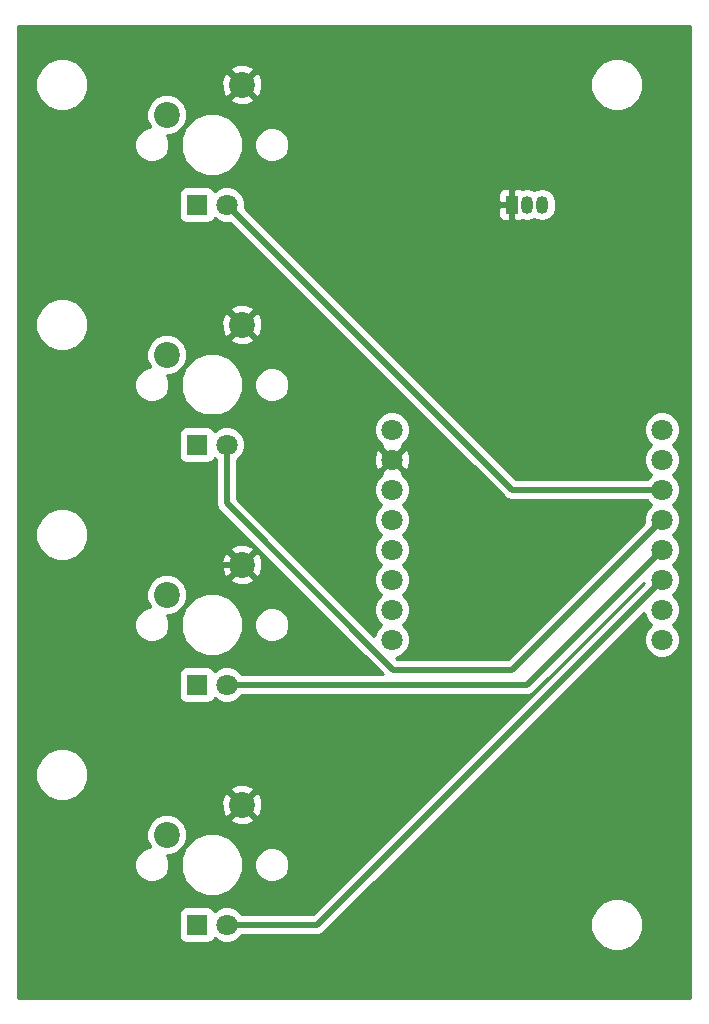
<source format=gbl>
G04 #@! TF.GenerationSoftware,KiCad,Pcbnew,5.0.0-fee4fd1~66~ubuntu16.04.1*
G04 #@! TF.CreationDate,2018-08-10T21:55:03+02:00*
G04 #@! TF.ProjectId,ESP-Cerry,4553502D43657272792E6B696361645F,rev?*
G04 #@! TF.SameCoordinates,Original*
G04 #@! TF.FileFunction,Copper,L2,Bot,Signal*
G04 #@! TF.FilePolarity,Positive*
%FSLAX46Y46*%
G04 Gerber Fmt 4.6, Leading zero omitted, Abs format (unit mm)*
G04 Created by KiCad (PCBNEW 5.0.0-fee4fd1~66~ubuntu16.04.1) date Fri Aug 10 21:55:03 2018*
%MOMM*%
%LPD*%
G01*
G04 APERTURE LIST*
G04 #@! TA.AperFunction,ComponentPad*
%ADD10C,1.800000*%
G04 #@! TD*
G04 #@! TA.AperFunction,ComponentPad*
%ADD11R,1.800000X1.800000*%
G04 #@! TD*
G04 #@! TA.AperFunction,ComponentPad*
%ADD12C,2.200000*%
G04 #@! TD*
G04 #@! TA.AperFunction,ComponentPad*
%ADD13O,1.050000X1.500000*%
G04 #@! TD*
G04 #@! TA.AperFunction,ComponentPad*
%ADD14R,1.050000X1.500000*%
G04 #@! TD*
G04 #@! TA.AperFunction,Conductor*
%ADD15C,0.500000*%
G04 #@! TD*
G04 #@! TA.AperFunction,Conductor*
%ADD16C,0.254000*%
G04 #@! TD*
G04 APERTURE END LIST*
D10*
G04 #@! TO.P,U1,8*
G04 #@! TO.N,Net-(R7-Pad1)*
X165100000Y-74930000D03*
G04 #@! TO.P,U1,7*
G04 #@! TO.N,N/C*
X165100000Y-72390000D03*
G04 #@! TO.P,U1,6*
G04 #@! TO.N,Net-(R2-Pad2)*
X165100000Y-69850000D03*
G04 #@! TO.P,U1,5*
G04 #@! TO.N,Net-(R1-Pad2)*
X165100000Y-67310000D03*
G04 #@! TO.P,U1,4*
G04 #@! TO.N,Net-(SW2-Pad2)*
X165100000Y-64770000D03*
G04 #@! TO.P,U1,3*
G04 #@! TO.N,Net-(SW1-Pad2)*
X165100000Y-62230000D03*
G04 #@! TO.P,U1,2*
G04 #@! TO.N,GND*
X165100000Y-59690000D03*
G04 #@! TO.P,U1,1*
G04 #@! TO.N,N/C*
X165100000Y-57150000D03*
G04 #@! TO.P,U1,16*
G04 #@! TO.N,+3V3*
X187960000Y-57150000D03*
G04 #@! TO.P,U1,15*
G04 #@! TO.N,N/C*
X187960000Y-59690000D03*
G04 #@! TO.P,U1,14*
G04 #@! TO.N,Net-(D1-Pad2)*
X187960000Y-62230000D03*
G04 #@! TO.P,U1,13*
G04 #@! TO.N,Net-(D2-Pad2)*
X187960000Y-64770000D03*
G04 #@! TO.P,U1,12*
G04 #@! TO.N,Net-(D3-Pad2)*
X187960000Y-67310000D03*
G04 #@! TO.P,U1,11*
G04 #@! TO.N,Net-(D4-Pad2)*
X187960000Y-69850000D03*
G04 #@! TO.P,U1,10*
G04 #@! TO.N,N/C*
X187960000Y-72390000D03*
G04 #@! TO.P,U1,9*
X187960000Y-74930000D03*
G04 #@! TD*
G04 #@! TO.P,D1,2*
G04 #@! TO.N,Net-(D1-Pad2)*
X151130000Y-38100000D03*
D11*
G04 #@! TO.P,D1,1*
G04 #@! TO.N,Net-(D1-Pad1)*
X148590000Y-38100000D03*
G04 #@! TD*
G04 #@! TO.P,D2,1*
G04 #@! TO.N,Net-(D2-Pad1)*
X148590000Y-58420000D03*
D10*
G04 #@! TO.P,D2,2*
G04 #@! TO.N,Net-(D2-Pad2)*
X151130000Y-58420000D03*
G04 #@! TD*
G04 #@! TO.P,D3,2*
G04 #@! TO.N,Net-(D3-Pad2)*
X151130000Y-78740000D03*
D11*
G04 #@! TO.P,D3,1*
G04 #@! TO.N,Net-(D3-Pad1)*
X148590000Y-78740000D03*
G04 #@! TD*
G04 #@! TO.P,D4,1*
G04 #@! TO.N,Net-(D4-Pad1)*
X148590000Y-99060000D03*
D10*
G04 #@! TO.P,D4,2*
G04 #@! TO.N,Net-(D4-Pad2)*
X151130000Y-99060000D03*
G04 #@! TD*
D12*
G04 #@! TO.P,SW1,1*
G04 #@! TO.N,GND*
X152400000Y-27940000D03*
G04 #@! TO.P,SW1,2*
G04 #@! TO.N,Net-(SW1-Pad2)*
X146050000Y-30480000D03*
G04 #@! TD*
G04 #@! TO.P,SW2,2*
G04 #@! TO.N,Net-(SW2-Pad2)*
X146050000Y-50800000D03*
G04 #@! TO.P,SW2,1*
G04 #@! TO.N,GND*
X152400000Y-48260000D03*
G04 #@! TD*
G04 #@! TO.P,SW3,1*
G04 #@! TO.N,GND*
X152400000Y-68580000D03*
G04 #@! TO.P,SW3,2*
G04 #@! TO.N,Net-(R1-Pad2)*
X146050000Y-71120000D03*
G04 #@! TD*
G04 #@! TO.P,SW4,2*
G04 #@! TO.N,Net-(R2-Pad2)*
X146050000Y-91440000D03*
G04 #@! TO.P,SW4,1*
G04 #@! TO.N,GND*
X152400000Y-88900000D03*
G04 #@! TD*
D13*
G04 #@! TO.P,U2,2*
G04 #@! TO.N,Net-(R7-Pad1)*
X176530000Y-38100000D03*
G04 #@! TO.P,U2,3*
G04 #@! TO.N,+3V3*
X177800000Y-38100000D03*
D14*
G04 #@! TO.P,U2,1*
G04 #@! TO.N,GND*
X175260000Y-38100000D03*
G04 #@! TD*
D15*
G04 #@! TO.N,Net-(D1-Pad2)*
X175260000Y-62230000D02*
X151130000Y-38100000D01*
X187960000Y-62230000D02*
X175260000Y-62230000D01*
G04 #@! TO.N,Net-(D2-Pad2)*
X151130000Y-59692792D02*
X151130000Y-58420000D01*
X175260000Y-77470000D02*
X165197998Y-77470000D01*
X187960000Y-64770000D02*
X175260000Y-77470000D01*
X165197998Y-77470000D02*
X151130000Y-63402002D01*
X151130000Y-63402002D02*
X151130000Y-59692792D01*
G04 #@! TO.N,Net-(D3-Pad2)*
X176530000Y-78740000D02*
X151130000Y-78740000D01*
X187960000Y-67310000D02*
X176530000Y-78740000D01*
G04 #@! TO.N,Net-(D4-Pad2)*
X158750000Y-99060000D02*
X151130000Y-99060000D01*
X187960000Y-69850000D02*
X158750000Y-99060000D01*
G04 #@! TO.N,GND*
X164200001Y-58790001D02*
X165100000Y-59690000D01*
X161500001Y-56090001D02*
X164200001Y-58790001D01*
X146050000Y-57809998D02*
X147769997Y-56090001D01*
X147769997Y-56090001D02*
X161500001Y-56090001D01*
X146050000Y-62230000D02*
X146050000Y-57809998D01*
X152400000Y-88900000D02*
X142240000Y-78740000D01*
X146050000Y-68381998D02*
X146050000Y-62230000D01*
X142240000Y-72191998D02*
X146050000Y-68381998D01*
X142240000Y-78740000D02*
X142240000Y-72191998D01*
X146248002Y-68580000D02*
X146050000Y-68381998D01*
X152400000Y-68580000D02*
X146248002Y-68580000D01*
G04 #@! TD*
D16*
G04 #@! TO.N,GND*
G36*
X190373000Y-105283000D02*
X133477000Y-105283000D01*
X133477000Y-93684615D01*
X143295000Y-93684615D01*
X143295000Y-94275385D01*
X143521078Y-94821185D01*
X143938815Y-95238922D01*
X144484615Y-95465000D01*
X145075385Y-95465000D01*
X145621185Y-95238922D01*
X146038922Y-94821185D01*
X146265000Y-94275385D01*
X146265000Y-93684615D01*
X146170249Y-93455866D01*
X147225000Y-93455866D01*
X147225000Y-94504134D01*
X147626155Y-95472608D01*
X148367392Y-96213845D01*
X149335866Y-96615000D01*
X150384134Y-96615000D01*
X151352608Y-96213845D01*
X152093845Y-95472608D01*
X152495000Y-94504134D01*
X152495000Y-93684615D01*
X153455000Y-93684615D01*
X153455000Y-94275385D01*
X153681078Y-94821185D01*
X154098815Y-95238922D01*
X154644615Y-95465000D01*
X155235385Y-95465000D01*
X155781185Y-95238922D01*
X156198922Y-94821185D01*
X156425000Y-94275385D01*
X156425000Y-93684615D01*
X156198922Y-93138815D01*
X155781185Y-92721078D01*
X155235385Y-92495000D01*
X154644615Y-92495000D01*
X154098815Y-92721078D01*
X153681078Y-93138815D01*
X153455000Y-93684615D01*
X152495000Y-93684615D01*
X152495000Y-93455866D01*
X152093845Y-92487392D01*
X151352608Y-91746155D01*
X150384134Y-91345000D01*
X149335866Y-91345000D01*
X148367392Y-91746155D01*
X147626155Y-92487392D01*
X147225000Y-93455866D01*
X146170249Y-93455866D01*
X146053910Y-93175000D01*
X146395113Y-93175000D01*
X147032799Y-92910862D01*
X147520862Y-92422799D01*
X147785000Y-91785113D01*
X147785000Y-91094887D01*
X147520862Y-90457201D01*
X147188529Y-90124868D01*
X151354737Y-90124868D01*
X151465641Y-90402099D01*
X152111593Y-90645323D01*
X152801453Y-90622836D01*
X153334359Y-90402099D01*
X153445263Y-90124868D01*
X152400000Y-89079605D01*
X151354737Y-90124868D01*
X147188529Y-90124868D01*
X147032799Y-89969138D01*
X146395113Y-89705000D01*
X145704887Y-89705000D01*
X145067201Y-89969138D01*
X144579138Y-90457201D01*
X144315000Y-91094887D01*
X144315000Y-91785113D01*
X144579138Y-92422799D01*
X144651339Y-92495000D01*
X144484615Y-92495000D01*
X143938815Y-92721078D01*
X143521078Y-93138815D01*
X143295000Y-93684615D01*
X133477000Y-93684615D01*
X133477000Y-88611593D01*
X150654677Y-88611593D01*
X150677164Y-89301453D01*
X150897901Y-89834359D01*
X151175132Y-89945263D01*
X152220395Y-88900000D01*
X152579605Y-88900000D01*
X153624868Y-89945263D01*
X153902099Y-89834359D01*
X154145323Y-89188407D01*
X154122836Y-88498547D01*
X153902099Y-87965641D01*
X153624868Y-87854737D01*
X152579605Y-88900000D01*
X152220395Y-88900000D01*
X151175132Y-87854737D01*
X150897901Y-87965641D01*
X150654677Y-88611593D01*
X133477000Y-88611593D01*
X133477000Y-85915431D01*
X134925000Y-85915431D01*
X134925000Y-86804569D01*
X135265259Y-87626026D01*
X135893974Y-88254741D01*
X136715431Y-88595000D01*
X137604569Y-88595000D01*
X138426026Y-88254741D01*
X139005635Y-87675132D01*
X151354737Y-87675132D01*
X152400000Y-88720395D01*
X153445263Y-87675132D01*
X153334359Y-87397901D01*
X152688407Y-87154677D01*
X151998547Y-87177164D01*
X151465641Y-87397901D01*
X151354737Y-87675132D01*
X139005635Y-87675132D01*
X139054741Y-87626026D01*
X139395000Y-86804569D01*
X139395000Y-85915431D01*
X139054741Y-85093974D01*
X138426026Y-84465259D01*
X137604569Y-84125000D01*
X136715431Y-84125000D01*
X135893974Y-84465259D01*
X135265259Y-85093974D01*
X134925000Y-85915431D01*
X133477000Y-85915431D01*
X133477000Y-73364615D01*
X143295000Y-73364615D01*
X143295000Y-73955385D01*
X143521078Y-74501185D01*
X143938815Y-74918922D01*
X144484615Y-75145000D01*
X145075385Y-75145000D01*
X145621185Y-74918922D01*
X146038922Y-74501185D01*
X146265000Y-73955385D01*
X146265000Y-73364615D01*
X146170249Y-73135866D01*
X147225000Y-73135866D01*
X147225000Y-74184134D01*
X147626155Y-75152608D01*
X148367392Y-75893845D01*
X149335866Y-76295000D01*
X150384134Y-76295000D01*
X151352608Y-75893845D01*
X152093845Y-75152608D01*
X152495000Y-74184134D01*
X152495000Y-73364615D01*
X153455000Y-73364615D01*
X153455000Y-73955385D01*
X153681078Y-74501185D01*
X154098815Y-74918922D01*
X154644615Y-75145000D01*
X155235385Y-75145000D01*
X155781185Y-74918922D01*
X156198922Y-74501185D01*
X156425000Y-73955385D01*
X156425000Y-73364615D01*
X156198922Y-72818815D01*
X155781185Y-72401078D01*
X155235385Y-72175000D01*
X154644615Y-72175000D01*
X154098815Y-72401078D01*
X153681078Y-72818815D01*
X153455000Y-73364615D01*
X152495000Y-73364615D01*
X152495000Y-73135866D01*
X152093845Y-72167392D01*
X151352608Y-71426155D01*
X150384134Y-71025000D01*
X149335866Y-71025000D01*
X148367392Y-71426155D01*
X147626155Y-72167392D01*
X147225000Y-73135866D01*
X146170249Y-73135866D01*
X146053910Y-72855000D01*
X146395113Y-72855000D01*
X147032799Y-72590862D01*
X147520862Y-72102799D01*
X147785000Y-71465113D01*
X147785000Y-70774887D01*
X147520862Y-70137201D01*
X147188529Y-69804868D01*
X151354737Y-69804868D01*
X151465641Y-70082099D01*
X152111593Y-70325323D01*
X152801453Y-70302836D01*
X153334359Y-70082099D01*
X153445263Y-69804868D01*
X152400000Y-68759605D01*
X151354737Y-69804868D01*
X147188529Y-69804868D01*
X147032799Y-69649138D01*
X146395113Y-69385000D01*
X145704887Y-69385000D01*
X145067201Y-69649138D01*
X144579138Y-70137201D01*
X144315000Y-70774887D01*
X144315000Y-71465113D01*
X144579138Y-72102799D01*
X144651339Y-72175000D01*
X144484615Y-72175000D01*
X143938815Y-72401078D01*
X143521078Y-72818815D01*
X143295000Y-73364615D01*
X133477000Y-73364615D01*
X133477000Y-68291593D01*
X150654677Y-68291593D01*
X150677164Y-68981453D01*
X150897901Y-69514359D01*
X151175132Y-69625263D01*
X152220395Y-68580000D01*
X152579605Y-68580000D01*
X153624868Y-69625263D01*
X153902099Y-69514359D01*
X154145323Y-68868407D01*
X154122836Y-68178547D01*
X153902099Y-67645641D01*
X153624868Y-67534737D01*
X152579605Y-68580000D01*
X152220395Y-68580000D01*
X151175132Y-67534737D01*
X150897901Y-67645641D01*
X150654677Y-68291593D01*
X133477000Y-68291593D01*
X133477000Y-65595431D01*
X134925000Y-65595431D01*
X134925000Y-66484569D01*
X135265259Y-67306026D01*
X135893974Y-67934741D01*
X136715431Y-68275000D01*
X137604569Y-68275000D01*
X138426026Y-67934741D01*
X139005635Y-67355132D01*
X151354737Y-67355132D01*
X152400000Y-68400395D01*
X153445263Y-67355132D01*
X153334359Y-67077901D01*
X152688407Y-66834677D01*
X151998547Y-66857164D01*
X151465641Y-67077901D01*
X151354737Y-67355132D01*
X139005635Y-67355132D01*
X139054741Y-67306026D01*
X139395000Y-66484569D01*
X139395000Y-65595431D01*
X139054741Y-64773974D01*
X138426026Y-64145259D01*
X137604569Y-63805000D01*
X136715431Y-63805000D01*
X135893974Y-64145259D01*
X135265259Y-64773974D01*
X134925000Y-65595431D01*
X133477000Y-65595431D01*
X133477000Y-56844670D01*
X163565000Y-56844670D01*
X163565000Y-57455330D01*
X163798690Y-58019507D01*
X164230493Y-58451310D01*
X164250115Y-58459438D01*
X164199446Y-58609841D01*
X165100000Y-59510395D01*
X166000554Y-58609841D01*
X165949885Y-58459438D01*
X165969507Y-58451310D01*
X166401310Y-58019507D01*
X166635000Y-57455330D01*
X166635000Y-56844670D01*
X166401310Y-56280493D01*
X165969507Y-55848690D01*
X165405330Y-55615000D01*
X164794670Y-55615000D01*
X164230493Y-55848690D01*
X163798690Y-56280493D01*
X163565000Y-56844670D01*
X133477000Y-56844670D01*
X133477000Y-53044615D01*
X143295000Y-53044615D01*
X143295000Y-53635385D01*
X143521078Y-54181185D01*
X143938815Y-54598922D01*
X144484615Y-54825000D01*
X145075385Y-54825000D01*
X145621185Y-54598922D01*
X146038922Y-54181185D01*
X146265000Y-53635385D01*
X146265000Y-53044615D01*
X146170249Y-52815866D01*
X147225000Y-52815866D01*
X147225000Y-53864134D01*
X147626155Y-54832608D01*
X148367392Y-55573845D01*
X149335866Y-55975000D01*
X150384134Y-55975000D01*
X151352608Y-55573845D01*
X152093845Y-54832608D01*
X152495000Y-53864134D01*
X152495000Y-53044615D01*
X153455000Y-53044615D01*
X153455000Y-53635385D01*
X153681078Y-54181185D01*
X154098815Y-54598922D01*
X154644615Y-54825000D01*
X155235385Y-54825000D01*
X155781185Y-54598922D01*
X156198922Y-54181185D01*
X156425000Y-53635385D01*
X156425000Y-53044615D01*
X156198922Y-52498815D01*
X155781185Y-52081078D01*
X155235385Y-51855000D01*
X154644615Y-51855000D01*
X154098815Y-52081078D01*
X153681078Y-52498815D01*
X153455000Y-53044615D01*
X152495000Y-53044615D01*
X152495000Y-52815866D01*
X152093845Y-51847392D01*
X151352608Y-51106155D01*
X150384134Y-50705000D01*
X149335866Y-50705000D01*
X148367392Y-51106155D01*
X147626155Y-51847392D01*
X147225000Y-52815866D01*
X146170249Y-52815866D01*
X146053910Y-52535000D01*
X146395113Y-52535000D01*
X147032799Y-52270862D01*
X147520862Y-51782799D01*
X147785000Y-51145113D01*
X147785000Y-50454887D01*
X147520862Y-49817201D01*
X147188529Y-49484868D01*
X151354737Y-49484868D01*
X151465641Y-49762099D01*
X152111593Y-50005323D01*
X152801453Y-49982836D01*
X153334359Y-49762099D01*
X153445263Y-49484868D01*
X152400000Y-48439605D01*
X151354737Y-49484868D01*
X147188529Y-49484868D01*
X147032799Y-49329138D01*
X146395113Y-49065000D01*
X145704887Y-49065000D01*
X145067201Y-49329138D01*
X144579138Y-49817201D01*
X144315000Y-50454887D01*
X144315000Y-51145113D01*
X144579138Y-51782799D01*
X144651339Y-51855000D01*
X144484615Y-51855000D01*
X143938815Y-52081078D01*
X143521078Y-52498815D01*
X143295000Y-53044615D01*
X133477000Y-53044615D01*
X133477000Y-47815431D01*
X134925000Y-47815431D01*
X134925000Y-48704569D01*
X135265259Y-49526026D01*
X135893974Y-50154741D01*
X136715431Y-50495000D01*
X137604569Y-50495000D01*
X138426026Y-50154741D01*
X139054741Y-49526026D01*
X139395000Y-48704569D01*
X139395000Y-47971593D01*
X150654677Y-47971593D01*
X150677164Y-48661453D01*
X150897901Y-49194359D01*
X151175132Y-49305263D01*
X152220395Y-48260000D01*
X152579605Y-48260000D01*
X153624868Y-49305263D01*
X153902099Y-49194359D01*
X154145323Y-48548407D01*
X154122836Y-47858547D01*
X153902099Y-47325641D01*
X153624868Y-47214737D01*
X152579605Y-48260000D01*
X152220395Y-48260000D01*
X151175132Y-47214737D01*
X150897901Y-47325641D01*
X150654677Y-47971593D01*
X139395000Y-47971593D01*
X139395000Y-47815431D01*
X139071790Y-47035132D01*
X151354737Y-47035132D01*
X152400000Y-48080395D01*
X153445263Y-47035132D01*
X153334359Y-46757901D01*
X152688407Y-46514677D01*
X151998547Y-46537164D01*
X151465641Y-46757901D01*
X151354737Y-47035132D01*
X139071790Y-47035132D01*
X139054741Y-46993974D01*
X138426026Y-46365259D01*
X137604569Y-46025000D01*
X136715431Y-46025000D01*
X135893974Y-46365259D01*
X135265259Y-46993974D01*
X134925000Y-47815431D01*
X133477000Y-47815431D01*
X133477000Y-37200000D01*
X147042560Y-37200000D01*
X147042560Y-39000000D01*
X147091843Y-39247765D01*
X147232191Y-39457809D01*
X147442235Y-39598157D01*
X147690000Y-39647440D01*
X149490000Y-39647440D01*
X149737765Y-39598157D01*
X149947809Y-39457809D01*
X150088157Y-39247765D01*
X150091275Y-39232092D01*
X150260493Y-39401310D01*
X150824670Y-39635000D01*
X151413422Y-39635000D01*
X174572577Y-62794156D01*
X174621951Y-62868049D01*
X174695844Y-62917423D01*
X174695845Y-62917424D01*
X174806880Y-62991615D01*
X174914690Y-63063652D01*
X175172835Y-63115000D01*
X175172839Y-63115000D01*
X175259999Y-63132337D01*
X175347159Y-63115000D01*
X186674183Y-63115000D01*
X187059183Y-63500000D01*
X186658690Y-63900493D01*
X186425000Y-64464670D01*
X186425000Y-65053421D01*
X174893422Y-76585000D01*
X165564577Y-76585000D01*
X165433082Y-76453505D01*
X165969507Y-76231310D01*
X166401310Y-75799507D01*
X166635000Y-75235330D01*
X166635000Y-74624670D01*
X166401310Y-74060493D01*
X166000817Y-73660000D01*
X166401310Y-73259507D01*
X166635000Y-72695330D01*
X166635000Y-72084670D01*
X166401310Y-71520493D01*
X166000817Y-71120000D01*
X166401310Y-70719507D01*
X166635000Y-70155330D01*
X166635000Y-69544670D01*
X166401310Y-68980493D01*
X166000817Y-68580000D01*
X166401310Y-68179507D01*
X166635000Y-67615330D01*
X166635000Y-67004670D01*
X166401310Y-66440493D01*
X166000817Y-66040000D01*
X166401310Y-65639507D01*
X166635000Y-65075330D01*
X166635000Y-64464670D01*
X166401310Y-63900493D01*
X166000817Y-63500000D01*
X166401310Y-63099507D01*
X166635000Y-62535330D01*
X166635000Y-61924670D01*
X166401310Y-61360493D01*
X165969507Y-60928690D01*
X165949885Y-60920562D01*
X166000554Y-60770159D01*
X165100000Y-59869605D01*
X164199446Y-60770159D01*
X164250115Y-60920562D01*
X164230493Y-60928690D01*
X163798690Y-61360493D01*
X163565000Y-61924670D01*
X163565000Y-62535330D01*
X163798690Y-63099507D01*
X164199183Y-63500000D01*
X163798690Y-63900493D01*
X163565000Y-64464670D01*
X163565000Y-65075330D01*
X163798690Y-65639507D01*
X164199183Y-66040000D01*
X163798690Y-66440493D01*
X163565000Y-67004670D01*
X163565000Y-67615330D01*
X163798690Y-68179507D01*
X164199183Y-68580000D01*
X163798690Y-68980493D01*
X163565000Y-69544670D01*
X163565000Y-70155330D01*
X163798690Y-70719507D01*
X164199183Y-71120000D01*
X163798690Y-71520493D01*
X163565000Y-72084670D01*
X163565000Y-72695330D01*
X163798690Y-73259507D01*
X164199183Y-73660000D01*
X163798690Y-74060493D01*
X163576495Y-74596918D01*
X152015000Y-63035424D01*
X152015000Y-59705817D01*
X152271481Y-59449336D01*
X163553542Y-59449336D01*
X163579161Y-60059460D01*
X163763357Y-60504148D01*
X164019841Y-60590554D01*
X164920395Y-59690000D01*
X165279605Y-59690000D01*
X166180159Y-60590554D01*
X166436643Y-60504148D01*
X166646458Y-59930664D01*
X166620839Y-59320540D01*
X166436643Y-58875852D01*
X166180159Y-58789446D01*
X165279605Y-59690000D01*
X164920395Y-59690000D01*
X164019841Y-58789446D01*
X163763357Y-58875852D01*
X163553542Y-59449336D01*
X152271481Y-59449336D01*
X152431310Y-59289507D01*
X152665000Y-58725330D01*
X152665000Y-58114670D01*
X152431310Y-57550493D01*
X151999507Y-57118690D01*
X151435330Y-56885000D01*
X150824670Y-56885000D01*
X150260493Y-57118690D01*
X150091275Y-57287908D01*
X150088157Y-57272235D01*
X149947809Y-57062191D01*
X149737765Y-56921843D01*
X149490000Y-56872560D01*
X147690000Y-56872560D01*
X147442235Y-56921843D01*
X147232191Y-57062191D01*
X147091843Y-57272235D01*
X147042560Y-57520000D01*
X147042560Y-59320000D01*
X147091843Y-59567765D01*
X147232191Y-59777809D01*
X147442235Y-59918157D01*
X147690000Y-59967440D01*
X149490000Y-59967440D01*
X149737765Y-59918157D01*
X149947809Y-59777809D01*
X150088157Y-59567765D01*
X150091275Y-59552092D01*
X150245000Y-59705817D01*
X150245000Y-59779956D01*
X150245001Y-59779961D01*
X150245000Y-63314841D01*
X150227663Y-63402002D01*
X150245000Y-63489163D01*
X150245000Y-63489166D01*
X150296348Y-63747311D01*
X150491951Y-64040051D01*
X150565847Y-64089427D01*
X164331419Y-77855000D01*
X152415817Y-77855000D01*
X151999507Y-77438690D01*
X151435330Y-77205000D01*
X150824670Y-77205000D01*
X150260493Y-77438690D01*
X150091275Y-77607908D01*
X150088157Y-77592235D01*
X149947809Y-77382191D01*
X149737765Y-77241843D01*
X149490000Y-77192560D01*
X147690000Y-77192560D01*
X147442235Y-77241843D01*
X147232191Y-77382191D01*
X147091843Y-77592235D01*
X147042560Y-77840000D01*
X147042560Y-79640000D01*
X147091843Y-79887765D01*
X147232191Y-80097809D01*
X147442235Y-80238157D01*
X147690000Y-80287440D01*
X149490000Y-80287440D01*
X149737765Y-80238157D01*
X149947809Y-80097809D01*
X150088157Y-79887765D01*
X150091275Y-79872092D01*
X150260493Y-80041310D01*
X150824670Y-80275000D01*
X151435330Y-80275000D01*
X151999507Y-80041310D01*
X152415817Y-79625000D01*
X176442839Y-79625000D01*
X176530000Y-79642337D01*
X176617161Y-79625000D01*
X176617165Y-79625000D01*
X176875310Y-79573652D01*
X177168049Y-79378049D01*
X177217425Y-79304153D01*
X186425000Y-70096579D01*
X186425000Y-70133421D01*
X158383422Y-98175000D01*
X152415817Y-98175000D01*
X151999507Y-97758690D01*
X151435330Y-97525000D01*
X150824670Y-97525000D01*
X150260493Y-97758690D01*
X150091275Y-97927908D01*
X150088157Y-97912235D01*
X149947809Y-97702191D01*
X149737765Y-97561843D01*
X149490000Y-97512560D01*
X147690000Y-97512560D01*
X147442235Y-97561843D01*
X147232191Y-97702191D01*
X147091843Y-97912235D01*
X147042560Y-98160000D01*
X147042560Y-99960000D01*
X147091843Y-100207765D01*
X147232191Y-100417809D01*
X147442235Y-100558157D01*
X147690000Y-100607440D01*
X149490000Y-100607440D01*
X149737765Y-100558157D01*
X149947809Y-100417809D01*
X150088157Y-100207765D01*
X150091275Y-100192092D01*
X150260493Y-100361310D01*
X150824670Y-100595000D01*
X151435330Y-100595000D01*
X151999507Y-100361310D01*
X152415817Y-99945000D01*
X158662839Y-99945000D01*
X158750000Y-99962337D01*
X158837161Y-99945000D01*
X158837165Y-99945000D01*
X159095310Y-99893652D01*
X159388049Y-99698049D01*
X159437425Y-99624153D01*
X160446147Y-98615431D01*
X181915000Y-98615431D01*
X181915000Y-99504569D01*
X182255259Y-100326026D01*
X182883974Y-100954741D01*
X183705431Y-101295000D01*
X184594569Y-101295000D01*
X185416026Y-100954741D01*
X186044741Y-100326026D01*
X186385000Y-99504569D01*
X186385000Y-98615431D01*
X186044741Y-97793974D01*
X185416026Y-97165259D01*
X184594569Y-96825000D01*
X183705431Y-96825000D01*
X182883974Y-97165259D01*
X182255259Y-97793974D01*
X181915000Y-98615431D01*
X160446147Y-98615431D01*
X186425000Y-72636579D01*
X186425000Y-72695330D01*
X186658690Y-73259507D01*
X187059183Y-73660000D01*
X186658690Y-74060493D01*
X186425000Y-74624670D01*
X186425000Y-75235330D01*
X186658690Y-75799507D01*
X187090493Y-76231310D01*
X187654670Y-76465000D01*
X188265330Y-76465000D01*
X188829507Y-76231310D01*
X189261310Y-75799507D01*
X189495000Y-75235330D01*
X189495000Y-74624670D01*
X189261310Y-74060493D01*
X188860817Y-73660000D01*
X189261310Y-73259507D01*
X189495000Y-72695330D01*
X189495000Y-72084670D01*
X189261310Y-71520493D01*
X188860817Y-71120000D01*
X189261310Y-70719507D01*
X189495000Y-70155330D01*
X189495000Y-69544670D01*
X189261310Y-68980493D01*
X188860817Y-68580000D01*
X189261310Y-68179507D01*
X189495000Y-67615330D01*
X189495000Y-67004670D01*
X189261310Y-66440493D01*
X188860817Y-66040000D01*
X189261310Y-65639507D01*
X189495000Y-65075330D01*
X189495000Y-64464670D01*
X189261310Y-63900493D01*
X188860817Y-63500000D01*
X189261310Y-63099507D01*
X189495000Y-62535330D01*
X189495000Y-61924670D01*
X189261310Y-61360493D01*
X188860817Y-60960000D01*
X189261310Y-60559507D01*
X189495000Y-59995330D01*
X189495000Y-59384670D01*
X189261310Y-58820493D01*
X188860817Y-58420000D01*
X189261310Y-58019507D01*
X189495000Y-57455330D01*
X189495000Y-56844670D01*
X189261310Y-56280493D01*
X188829507Y-55848690D01*
X188265330Y-55615000D01*
X187654670Y-55615000D01*
X187090493Y-55848690D01*
X186658690Y-56280493D01*
X186425000Y-56844670D01*
X186425000Y-57455330D01*
X186658690Y-58019507D01*
X187059183Y-58420000D01*
X186658690Y-58820493D01*
X186425000Y-59384670D01*
X186425000Y-59995330D01*
X186658690Y-60559507D01*
X187059183Y-60960000D01*
X186674183Y-61345000D01*
X175626579Y-61345000D01*
X152667329Y-38385750D01*
X174100000Y-38385750D01*
X174100000Y-38976310D01*
X174196673Y-39209699D01*
X174375302Y-39388327D01*
X174608691Y-39485000D01*
X174974250Y-39485000D01*
X175133000Y-39326250D01*
X175133000Y-38227000D01*
X174258750Y-38227000D01*
X174100000Y-38385750D01*
X152667329Y-38385750D01*
X152665000Y-38383422D01*
X152665000Y-37794670D01*
X152431310Y-37230493D01*
X152424507Y-37223690D01*
X174100000Y-37223690D01*
X174100000Y-37814250D01*
X174258750Y-37973000D01*
X175133000Y-37973000D01*
X175133000Y-37760755D01*
X175370000Y-37760755D01*
X175370000Y-38439246D01*
X175387000Y-38524710D01*
X175387000Y-39326250D01*
X175545750Y-39485000D01*
X175911309Y-39485000D01*
X176076016Y-39416776D01*
X176077392Y-39417695D01*
X176530000Y-39507725D01*
X176982609Y-39417695D01*
X177165001Y-39295825D01*
X177347392Y-39417695D01*
X177800000Y-39507725D01*
X178252609Y-39417695D01*
X178636313Y-39161313D01*
X178892695Y-38777608D01*
X178960000Y-38439245D01*
X178960000Y-37760754D01*
X178892695Y-37422391D01*
X178636313Y-37038687D01*
X178252608Y-36782305D01*
X177800000Y-36692275D01*
X177347391Y-36782305D01*
X177165000Y-36904175D01*
X176982608Y-36782305D01*
X176530000Y-36692275D01*
X176077391Y-36782305D01*
X176076016Y-36783224D01*
X175911309Y-36715000D01*
X175545750Y-36715000D01*
X175387000Y-36873750D01*
X175387000Y-37675291D01*
X175370000Y-37760755D01*
X175133000Y-37760755D01*
X175133000Y-36873750D01*
X174974250Y-36715000D01*
X174608691Y-36715000D01*
X174375302Y-36811673D01*
X174196673Y-36990301D01*
X174100000Y-37223690D01*
X152424507Y-37223690D01*
X151999507Y-36798690D01*
X151435330Y-36565000D01*
X150824670Y-36565000D01*
X150260493Y-36798690D01*
X150091275Y-36967908D01*
X150088157Y-36952235D01*
X149947809Y-36742191D01*
X149737765Y-36601843D01*
X149490000Y-36552560D01*
X147690000Y-36552560D01*
X147442235Y-36601843D01*
X147232191Y-36742191D01*
X147091843Y-36952235D01*
X147042560Y-37200000D01*
X133477000Y-37200000D01*
X133477000Y-32724615D01*
X143295000Y-32724615D01*
X143295000Y-33315385D01*
X143521078Y-33861185D01*
X143938815Y-34278922D01*
X144484615Y-34505000D01*
X145075385Y-34505000D01*
X145621185Y-34278922D01*
X146038922Y-33861185D01*
X146265000Y-33315385D01*
X146265000Y-32724615D01*
X146170249Y-32495866D01*
X147225000Y-32495866D01*
X147225000Y-33544134D01*
X147626155Y-34512608D01*
X148367392Y-35253845D01*
X149335866Y-35655000D01*
X150384134Y-35655000D01*
X151352608Y-35253845D01*
X152093845Y-34512608D01*
X152495000Y-33544134D01*
X152495000Y-32724615D01*
X153455000Y-32724615D01*
X153455000Y-33315385D01*
X153681078Y-33861185D01*
X154098815Y-34278922D01*
X154644615Y-34505000D01*
X155235385Y-34505000D01*
X155781185Y-34278922D01*
X156198922Y-33861185D01*
X156425000Y-33315385D01*
X156425000Y-32724615D01*
X156198922Y-32178815D01*
X155781185Y-31761078D01*
X155235385Y-31535000D01*
X154644615Y-31535000D01*
X154098815Y-31761078D01*
X153681078Y-32178815D01*
X153455000Y-32724615D01*
X152495000Y-32724615D01*
X152495000Y-32495866D01*
X152093845Y-31527392D01*
X151352608Y-30786155D01*
X150384134Y-30385000D01*
X149335866Y-30385000D01*
X148367392Y-30786155D01*
X147626155Y-31527392D01*
X147225000Y-32495866D01*
X146170249Y-32495866D01*
X146053910Y-32215000D01*
X146395113Y-32215000D01*
X147032799Y-31950862D01*
X147520862Y-31462799D01*
X147785000Y-30825113D01*
X147785000Y-30134887D01*
X147520862Y-29497201D01*
X147188529Y-29164868D01*
X151354737Y-29164868D01*
X151465641Y-29442099D01*
X152111593Y-29685323D01*
X152801453Y-29662836D01*
X153334359Y-29442099D01*
X153445263Y-29164868D01*
X152400000Y-28119605D01*
X151354737Y-29164868D01*
X147188529Y-29164868D01*
X147032799Y-29009138D01*
X146395113Y-28745000D01*
X145704887Y-28745000D01*
X145067201Y-29009138D01*
X144579138Y-29497201D01*
X144315000Y-30134887D01*
X144315000Y-30825113D01*
X144579138Y-31462799D01*
X144651339Y-31535000D01*
X144484615Y-31535000D01*
X143938815Y-31761078D01*
X143521078Y-32178815D01*
X143295000Y-32724615D01*
X133477000Y-32724615D01*
X133477000Y-27495431D01*
X134925000Y-27495431D01*
X134925000Y-28384569D01*
X135265259Y-29206026D01*
X135893974Y-29834741D01*
X136715431Y-30175000D01*
X137604569Y-30175000D01*
X138426026Y-29834741D01*
X139054741Y-29206026D01*
X139395000Y-28384569D01*
X139395000Y-27651593D01*
X150654677Y-27651593D01*
X150677164Y-28341453D01*
X150897901Y-28874359D01*
X151175132Y-28985263D01*
X152220395Y-27940000D01*
X152579605Y-27940000D01*
X153624868Y-28985263D01*
X153902099Y-28874359D01*
X154145323Y-28228407D01*
X154122836Y-27538547D01*
X154104977Y-27495431D01*
X181915000Y-27495431D01*
X181915000Y-28384569D01*
X182255259Y-29206026D01*
X182883974Y-29834741D01*
X183705431Y-30175000D01*
X184594569Y-30175000D01*
X185416026Y-29834741D01*
X186044741Y-29206026D01*
X186385000Y-28384569D01*
X186385000Y-27495431D01*
X186044741Y-26673974D01*
X185416026Y-26045259D01*
X184594569Y-25705000D01*
X183705431Y-25705000D01*
X182883974Y-26045259D01*
X182255259Y-26673974D01*
X181915000Y-27495431D01*
X154104977Y-27495431D01*
X153902099Y-27005641D01*
X153624868Y-26894737D01*
X152579605Y-27940000D01*
X152220395Y-27940000D01*
X151175132Y-26894737D01*
X150897901Y-27005641D01*
X150654677Y-27651593D01*
X139395000Y-27651593D01*
X139395000Y-27495431D01*
X139071790Y-26715132D01*
X151354737Y-26715132D01*
X152400000Y-27760395D01*
X153445263Y-26715132D01*
X153334359Y-26437901D01*
X152688407Y-26194677D01*
X151998547Y-26217164D01*
X151465641Y-26437901D01*
X151354737Y-26715132D01*
X139071790Y-26715132D01*
X139054741Y-26673974D01*
X138426026Y-26045259D01*
X137604569Y-25705000D01*
X136715431Y-25705000D01*
X135893974Y-26045259D01*
X135265259Y-26673974D01*
X134925000Y-27495431D01*
X133477000Y-27495431D01*
X133477000Y-22987000D01*
X190373000Y-22987000D01*
X190373000Y-105283000D01*
X190373000Y-105283000D01*
G37*
X190373000Y-105283000D02*
X133477000Y-105283000D01*
X133477000Y-93684615D01*
X143295000Y-93684615D01*
X143295000Y-94275385D01*
X143521078Y-94821185D01*
X143938815Y-95238922D01*
X144484615Y-95465000D01*
X145075385Y-95465000D01*
X145621185Y-95238922D01*
X146038922Y-94821185D01*
X146265000Y-94275385D01*
X146265000Y-93684615D01*
X146170249Y-93455866D01*
X147225000Y-93455866D01*
X147225000Y-94504134D01*
X147626155Y-95472608D01*
X148367392Y-96213845D01*
X149335866Y-96615000D01*
X150384134Y-96615000D01*
X151352608Y-96213845D01*
X152093845Y-95472608D01*
X152495000Y-94504134D01*
X152495000Y-93684615D01*
X153455000Y-93684615D01*
X153455000Y-94275385D01*
X153681078Y-94821185D01*
X154098815Y-95238922D01*
X154644615Y-95465000D01*
X155235385Y-95465000D01*
X155781185Y-95238922D01*
X156198922Y-94821185D01*
X156425000Y-94275385D01*
X156425000Y-93684615D01*
X156198922Y-93138815D01*
X155781185Y-92721078D01*
X155235385Y-92495000D01*
X154644615Y-92495000D01*
X154098815Y-92721078D01*
X153681078Y-93138815D01*
X153455000Y-93684615D01*
X152495000Y-93684615D01*
X152495000Y-93455866D01*
X152093845Y-92487392D01*
X151352608Y-91746155D01*
X150384134Y-91345000D01*
X149335866Y-91345000D01*
X148367392Y-91746155D01*
X147626155Y-92487392D01*
X147225000Y-93455866D01*
X146170249Y-93455866D01*
X146053910Y-93175000D01*
X146395113Y-93175000D01*
X147032799Y-92910862D01*
X147520862Y-92422799D01*
X147785000Y-91785113D01*
X147785000Y-91094887D01*
X147520862Y-90457201D01*
X147188529Y-90124868D01*
X151354737Y-90124868D01*
X151465641Y-90402099D01*
X152111593Y-90645323D01*
X152801453Y-90622836D01*
X153334359Y-90402099D01*
X153445263Y-90124868D01*
X152400000Y-89079605D01*
X151354737Y-90124868D01*
X147188529Y-90124868D01*
X147032799Y-89969138D01*
X146395113Y-89705000D01*
X145704887Y-89705000D01*
X145067201Y-89969138D01*
X144579138Y-90457201D01*
X144315000Y-91094887D01*
X144315000Y-91785113D01*
X144579138Y-92422799D01*
X144651339Y-92495000D01*
X144484615Y-92495000D01*
X143938815Y-92721078D01*
X143521078Y-93138815D01*
X143295000Y-93684615D01*
X133477000Y-93684615D01*
X133477000Y-88611593D01*
X150654677Y-88611593D01*
X150677164Y-89301453D01*
X150897901Y-89834359D01*
X151175132Y-89945263D01*
X152220395Y-88900000D01*
X152579605Y-88900000D01*
X153624868Y-89945263D01*
X153902099Y-89834359D01*
X154145323Y-89188407D01*
X154122836Y-88498547D01*
X153902099Y-87965641D01*
X153624868Y-87854737D01*
X152579605Y-88900000D01*
X152220395Y-88900000D01*
X151175132Y-87854737D01*
X150897901Y-87965641D01*
X150654677Y-88611593D01*
X133477000Y-88611593D01*
X133477000Y-85915431D01*
X134925000Y-85915431D01*
X134925000Y-86804569D01*
X135265259Y-87626026D01*
X135893974Y-88254741D01*
X136715431Y-88595000D01*
X137604569Y-88595000D01*
X138426026Y-88254741D01*
X139005635Y-87675132D01*
X151354737Y-87675132D01*
X152400000Y-88720395D01*
X153445263Y-87675132D01*
X153334359Y-87397901D01*
X152688407Y-87154677D01*
X151998547Y-87177164D01*
X151465641Y-87397901D01*
X151354737Y-87675132D01*
X139005635Y-87675132D01*
X139054741Y-87626026D01*
X139395000Y-86804569D01*
X139395000Y-85915431D01*
X139054741Y-85093974D01*
X138426026Y-84465259D01*
X137604569Y-84125000D01*
X136715431Y-84125000D01*
X135893974Y-84465259D01*
X135265259Y-85093974D01*
X134925000Y-85915431D01*
X133477000Y-85915431D01*
X133477000Y-73364615D01*
X143295000Y-73364615D01*
X143295000Y-73955385D01*
X143521078Y-74501185D01*
X143938815Y-74918922D01*
X144484615Y-75145000D01*
X145075385Y-75145000D01*
X145621185Y-74918922D01*
X146038922Y-74501185D01*
X146265000Y-73955385D01*
X146265000Y-73364615D01*
X146170249Y-73135866D01*
X147225000Y-73135866D01*
X147225000Y-74184134D01*
X147626155Y-75152608D01*
X148367392Y-75893845D01*
X149335866Y-76295000D01*
X150384134Y-76295000D01*
X151352608Y-75893845D01*
X152093845Y-75152608D01*
X152495000Y-74184134D01*
X152495000Y-73364615D01*
X153455000Y-73364615D01*
X153455000Y-73955385D01*
X153681078Y-74501185D01*
X154098815Y-74918922D01*
X154644615Y-75145000D01*
X155235385Y-75145000D01*
X155781185Y-74918922D01*
X156198922Y-74501185D01*
X156425000Y-73955385D01*
X156425000Y-73364615D01*
X156198922Y-72818815D01*
X155781185Y-72401078D01*
X155235385Y-72175000D01*
X154644615Y-72175000D01*
X154098815Y-72401078D01*
X153681078Y-72818815D01*
X153455000Y-73364615D01*
X152495000Y-73364615D01*
X152495000Y-73135866D01*
X152093845Y-72167392D01*
X151352608Y-71426155D01*
X150384134Y-71025000D01*
X149335866Y-71025000D01*
X148367392Y-71426155D01*
X147626155Y-72167392D01*
X147225000Y-73135866D01*
X146170249Y-73135866D01*
X146053910Y-72855000D01*
X146395113Y-72855000D01*
X147032799Y-72590862D01*
X147520862Y-72102799D01*
X147785000Y-71465113D01*
X147785000Y-70774887D01*
X147520862Y-70137201D01*
X147188529Y-69804868D01*
X151354737Y-69804868D01*
X151465641Y-70082099D01*
X152111593Y-70325323D01*
X152801453Y-70302836D01*
X153334359Y-70082099D01*
X153445263Y-69804868D01*
X152400000Y-68759605D01*
X151354737Y-69804868D01*
X147188529Y-69804868D01*
X147032799Y-69649138D01*
X146395113Y-69385000D01*
X145704887Y-69385000D01*
X145067201Y-69649138D01*
X144579138Y-70137201D01*
X144315000Y-70774887D01*
X144315000Y-71465113D01*
X144579138Y-72102799D01*
X144651339Y-72175000D01*
X144484615Y-72175000D01*
X143938815Y-72401078D01*
X143521078Y-72818815D01*
X143295000Y-73364615D01*
X133477000Y-73364615D01*
X133477000Y-68291593D01*
X150654677Y-68291593D01*
X150677164Y-68981453D01*
X150897901Y-69514359D01*
X151175132Y-69625263D01*
X152220395Y-68580000D01*
X152579605Y-68580000D01*
X153624868Y-69625263D01*
X153902099Y-69514359D01*
X154145323Y-68868407D01*
X154122836Y-68178547D01*
X153902099Y-67645641D01*
X153624868Y-67534737D01*
X152579605Y-68580000D01*
X152220395Y-68580000D01*
X151175132Y-67534737D01*
X150897901Y-67645641D01*
X150654677Y-68291593D01*
X133477000Y-68291593D01*
X133477000Y-65595431D01*
X134925000Y-65595431D01*
X134925000Y-66484569D01*
X135265259Y-67306026D01*
X135893974Y-67934741D01*
X136715431Y-68275000D01*
X137604569Y-68275000D01*
X138426026Y-67934741D01*
X139005635Y-67355132D01*
X151354737Y-67355132D01*
X152400000Y-68400395D01*
X153445263Y-67355132D01*
X153334359Y-67077901D01*
X152688407Y-66834677D01*
X151998547Y-66857164D01*
X151465641Y-67077901D01*
X151354737Y-67355132D01*
X139005635Y-67355132D01*
X139054741Y-67306026D01*
X139395000Y-66484569D01*
X139395000Y-65595431D01*
X139054741Y-64773974D01*
X138426026Y-64145259D01*
X137604569Y-63805000D01*
X136715431Y-63805000D01*
X135893974Y-64145259D01*
X135265259Y-64773974D01*
X134925000Y-65595431D01*
X133477000Y-65595431D01*
X133477000Y-56844670D01*
X163565000Y-56844670D01*
X163565000Y-57455330D01*
X163798690Y-58019507D01*
X164230493Y-58451310D01*
X164250115Y-58459438D01*
X164199446Y-58609841D01*
X165100000Y-59510395D01*
X166000554Y-58609841D01*
X165949885Y-58459438D01*
X165969507Y-58451310D01*
X166401310Y-58019507D01*
X166635000Y-57455330D01*
X166635000Y-56844670D01*
X166401310Y-56280493D01*
X165969507Y-55848690D01*
X165405330Y-55615000D01*
X164794670Y-55615000D01*
X164230493Y-55848690D01*
X163798690Y-56280493D01*
X163565000Y-56844670D01*
X133477000Y-56844670D01*
X133477000Y-53044615D01*
X143295000Y-53044615D01*
X143295000Y-53635385D01*
X143521078Y-54181185D01*
X143938815Y-54598922D01*
X144484615Y-54825000D01*
X145075385Y-54825000D01*
X145621185Y-54598922D01*
X146038922Y-54181185D01*
X146265000Y-53635385D01*
X146265000Y-53044615D01*
X146170249Y-52815866D01*
X147225000Y-52815866D01*
X147225000Y-53864134D01*
X147626155Y-54832608D01*
X148367392Y-55573845D01*
X149335866Y-55975000D01*
X150384134Y-55975000D01*
X151352608Y-55573845D01*
X152093845Y-54832608D01*
X152495000Y-53864134D01*
X152495000Y-53044615D01*
X153455000Y-53044615D01*
X153455000Y-53635385D01*
X153681078Y-54181185D01*
X154098815Y-54598922D01*
X154644615Y-54825000D01*
X155235385Y-54825000D01*
X155781185Y-54598922D01*
X156198922Y-54181185D01*
X156425000Y-53635385D01*
X156425000Y-53044615D01*
X156198922Y-52498815D01*
X155781185Y-52081078D01*
X155235385Y-51855000D01*
X154644615Y-51855000D01*
X154098815Y-52081078D01*
X153681078Y-52498815D01*
X153455000Y-53044615D01*
X152495000Y-53044615D01*
X152495000Y-52815866D01*
X152093845Y-51847392D01*
X151352608Y-51106155D01*
X150384134Y-50705000D01*
X149335866Y-50705000D01*
X148367392Y-51106155D01*
X147626155Y-51847392D01*
X147225000Y-52815866D01*
X146170249Y-52815866D01*
X146053910Y-52535000D01*
X146395113Y-52535000D01*
X147032799Y-52270862D01*
X147520862Y-51782799D01*
X147785000Y-51145113D01*
X147785000Y-50454887D01*
X147520862Y-49817201D01*
X147188529Y-49484868D01*
X151354737Y-49484868D01*
X151465641Y-49762099D01*
X152111593Y-50005323D01*
X152801453Y-49982836D01*
X153334359Y-49762099D01*
X153445263Y-49484868D01*
X152400000Y-48439605D01*
X151354737Y-49484868D01*
X147188529Y-49484868D01*
X147032799Y-49329138D01*
X146395113Y-49065000D01*
X145704887Y-49065000D01*
X145067201Y-49329138D01*
X144579138Y-49817201D01*
X144315000Y-50454887D01*
X144315000Y-51145113D01*
X144579138Y-51782799D01*
X144651339Y-51855000D01*
X144484615Y-51855000D01*
X143938815Y-52081078D01*
X143521078Y-52498815D01*
X143295000Y-53044615D01*
X133477000Y-53044615D01*
X133477000Y-47815431D01*
X134925000Y-47815431D01*
X134925000Y-48704569D01*
X135265259Y-49526026D01*
X135893974Y-50154741D01*
X136715431Y-50495000D01*
X137604569Y-50495000D01*
X138426026Y-50154741D01*
X139054741Y-49526026D01*
X139395000Y-48704569D01*
X139395000Y-47971593D01*
X150654677Y-47971593D01*
X150677164Y-48661453D01*
X150897901Y-49194359D01*
X151175132Y-49305263D01*
X152220395Y-48260000D01*
X152579605Y-48260000D01*
X153624868Y-49305263D01*
X153902099Y-49194359D01*
X154145323Y-48548407D01*
X154122836Y-47858547D01*
X153902099Y-47325641D01*
X153624868Y-47214737D01*
X152579605Y-48260000D01*
X152220395Y-48260000D01*
X151175132Y-47214737D01*
X150897901Y-47325641D01*
X150654677Y-47971593D01*
X139395000Y-47971593D01*
X139395000Y-47815431D01*
X139071790Y-47035132D01*
X151354737Y-47035132D01*
X152400000Y-48080395D01*
X153445263Y-47035132D01*
X153334359Y-46757901D01*
X152688407Y-46514677D01*
X151998547Y-46537164D01*
X151465641Y-46757901D01*
X151354737Y-47035132D01*
X139071790Y-47035132D01*
X139054741Y-46993974D01*
X138426026Y-46365259D01*
X137604569Y-46025000D01*
X136715431Y-46025000D01*
X135893974Y-46365259D01*
X135265259Y-46993974D01*
X134925000Y-47815431D01*
X133477000Y-47815431D01*
X133477000Y-37200000D01*
X147042560Y-37200000D01*
X147042560Y-39000000D01*
X147091843Y-39247765D01*
X147232191Y-39457809D01*
X147442235Y-39598157D01*
X147690000Y-39647440D01*
X149490000Y-39647440D01*
X149737765Y-39598157D01*
X149947809Y-39457809D01*
X150088157Y-39247765D01*
X150091275Y-39232092D01*
X150260493Y-39401310D01*
X150824670Y-39635000D01*
X151413422Y-39635000D01*
X174572577Y-62794156D01*
X174621951Y-62868049D01*
X174695844Y-62917423D01*
X174695845Y-62917424D01*
X174806880Y-62991615D01*
X174914690Y-63063652D01*
X175172835Y-63115000D01*
X175172839Y-63115000D01*
X175259999Y-63132337D01*
X175347159Y-63115000D01*
X186674183Y-63115000D01*
X187059183Y-63500000D01*
X186658690Y-63900493D01*
X186425000Y-64464670D01*
X186425000Y-65053421D01*
X174893422Y-76585000D01*
X165564577Y-76585000D01*
X165433082Y-76453505D01*
X165969507Y-76231310D01*
X166401310Y-75799507D01*
X166635000Y-75235330D01*
X166635000Y-74624670D01*
X166401310Y-74060493D01*
X166000817Y-73660000D01*
X166401310Y-73259507D01*
X166635000Y-72695330D01*
X166635000Y-72084670D01*
X166401310Y-71520493D01*
X166000817Y-71120000D01*
X166401310Y-70719507D01*
X166635000Y-70155330D01*
X166635000Y-69544670D01*
X166401310Y-68980493D01*
X166000817Y-68580000D01*
X166401310Y-68179507D01*
X166635000Y-67615330D01*
X166635000Y-67004670D01*
X166401310Y-66440493D01*
X166000817Y-66040000D01*
X166401310Y-65639507D01*
X166635000Y-65075330D01*
X166635000Y-64464670D01*
X166401310Y-63900493D01*
X166000817Y-63500000D01*
X166401310Y-63099507D01*
X166635000Y-62535330D01*
X166635000Y-61924670D01*
X166401310Y-61360493D01*
X165969507Y-60928690D01*
X165949885Y-60920562D01*
X166000554Y-60770159D01*
X165100000Y-59869605D01*
X164199446Y-60770159D01*
X164250115Y-60920562D01*
X164230493Y-60928690D01*
X163798690Y-61360493D01*
X163565000Y-61924670D01*
X163565000Y-62535330D01*
X163798690Y-63099507D01*
X164199183Y-63500000D01*
X163798690Y-63900493D01*
X163565000Y-64464670D01*
X163565000Y-65075330D01*
X163798690Y-65639507D01*
X164199183Y-66040000D01*
X163798690Y-66440493D01*
X163565000Y-67004670D01*
X163565000Y-67615330D01*
X163798690Y-68179507D01*
X164199183Y-68580000D01*
X163798690Y-68980493D01*
X163565000Y-69544670D01*
X163565000Y-70155330D01*
X163798690Y-70719507D01*
X164199183Y-71120000D01*
X163798690Y-71520493D01*
X163565000Y-72084670D01*
X163565000Y-72695330D01*
X163798690Y-73259507D01*
X164199183Y-73660000D01*
X163798690Y-74060493D01*
X163576495Y-74596918D01*
X152015000Y-63035424D01*
X152015000Y-59705817D01*
X152271481Y-59449336D01*
X163553542Y-59449336D01*
X163579161Y-60059460D01*
X163763357Y-60504148D01*
X164019841Y-60590554D01*
X164920395Y-59690000D01*
X165279605Y-59690000D01*
X166180159Y-60590554D01*
X166436643Y-60504148D01*
X166646458Y-59930664D01*
X166620839Y-59320540D01*
X166436643Y-58875852D01*
X166180159Y-58789446D01*
X165279605Y-59690000D01*
X164920395Y-59690000D01*
X164019841Y-58789446D01*
X163763357Y-58875852D01*
X163553542Y-59449336D01*
X152271481Y-59449336D01*
X152431310Y-59289507D01*
X152665000Y-58725330D01*
X152665000Y-58114670D01*
X152431310Y-57550493D01*
X151999507Y-57118690D01*
X151435330Y-56885000D01*
X150824670Y-56885000D01*
X150260493Y-57118690D01*
X150091275Y-57287908D01*
X150088157Y-57272235D01*
X149947809Y-57062191D01*
X149737765Y-56921843D01*
X149490000Y-56872560D01*
X147690000Y-56872560D01*
X147442235Y-56921843D01*
X147232191Y-57062191D01*
X147091843Y-57272235D01*
X147042560Y-57520000D01*
X147042560Y-59320000D01*
X147091843Y-59567765D01*
X147232191Y-59777809D01*
X147442235Y-59918157D01*
X147690000Y-59967440D01*
X149490000Y-59967440D01*
X149737765Y-59918157D01*
X149947809Y-59777809D01*
X150088157Y-59567765D01*
X150091275Y-59552092D01*
X150245000Y-59705817D01*
X150245000Y-59779956D01*
X150245001Y-59779961D01*
X150245000Y-63314841D01*
X150227663Y-63402002D01*
X150245000Y-63489163D01*
X150245000Y-63489166D01*
X150296348Y-63747311D01*
X150491951Y-64040051D01*
X150565847Y-64089427D01*
X164331419Y-77855000D01*
X152415817Y-77855000D01*
X151999507Y-77438690D01*
X151435330Y-77205000D01*
X150824670Y-77205000D01*
X150260493Y-77438690D01*
X150091275Y-77607908D01*
X150088157Y-77592235D01*
X149947809Y-77382191D01*
X149737765Y-77241843D01*
X149490000Y-77192560D01*
X147690000Y-77192560D01*
X147442235Y-77241843D01*
X147232191Y-77382191D01*
X147091843Y-77592235D01*
X147042560Y-77840000D01*
X147042560Y-79640000D01*
X147091843Y-79887765D01*
X147232191Y-80097809D01*
X147442235Y-80238157D01*
X147690000Y-80287440D01*
X149490000Y-80287440D01*
X149737765Y-80238157D01*
X149947809Y-80097809D01*
X150088157Y-79887765D01*
X150091275Y-79872092D01*
X150260493Y-80041310D01*
X150824670Y-80275000D01*
X151435330Y-80275000D01*
X151999507Y-80041310D01*
X152415817Y-79625000D01*
X176442839Y-79625000D01*
X176530000Y-79642337D01*
X176617161Y-79625000D01*
X176617165Y-79625000D01*
X176875310Y-79573652D01*
X177168049Y-79378049D01*
X177217425Y-79304153D01*
X186425000Y-70096579D01*
X186425000Y-70133421D01*
X158383422Y-98175000D01*
X152415817Y-98175000D01*
X151999507Y-97758690D01*
X151435330Y-97525000D01*
X150824670Y-97525000D01*
X150260493Y-97758690D01*
X150091275Y-97927908D01*
X150088157Y-97912235D01*
X149947809Y-97702191D01*
X149737765Y-97561843D01*
X149490000Y-97512560D01*
X147690000Y-97512560D01*
X147442235Y-97561843D01*
X147232191Y-97702191D01*
X147091843Y-97912235D01*
X147042560Y-98160000D01*
X147042560Y-99960000D01*
X147091843Y-100207765D01*
X147232191Y-100417809D01*
X147442235Y-100558157D01*
X147690000Y-100607440D01*
X149490000Y-100607440D01*
X149737765Y-100558157D01*
X149947809Y-100417809D01*
X150088157Y-100207765D01*
X150091275Y-100192092D01*
X150260493Y-100361310D01*
X150824670Y-100595000D01*
X151435330Y-100595000D01*
X151999507Y-100361310D01*
X152415817Y-99945000D01*
X158662839Y-99945000D01*
X158750000Y-99962337D01*
X158837161Y-99945000D01*
X158837165Y-99945000D01*
X159095310Y-99893652D01*
X159388049Y-99698049D01*
X159437425Y-99624153D01*
X160446147Y-98615431D01*
X181915000Y-98615431D01*
X181915000Y-99504569D01*
X182255259Y-100326026D01*
X182883974Y-100954741D01*
X183705431Y-101295000D01*
X184594569Y-101295000D01*
X185416026Y-100954741D01*
X186044741Y-100326026D01*
X186385000Y-99504569D01*
X186385000Y-98615431D01*
X186044741Y-97793974D01*
X185416026Y-97165259D01*
X184594569Y-96825000D01*
X183705431Y-96825000D01*
X182883974Y-97165259D01*
X182255259Y-97793974D01*
X181915000Y-98615431D01*
X160446147Y-98615431D01*
X186425000Y-72636579D01*
X186425000Y-72695330D01*
X186658690Y-73259507D01*
X187059183Y-73660000D01*
X186658690Y-74060493D01*
X186425000Y-74624670D01*
X186425000Y-75235330D01*
X186658690Y-75799507D01*
X187090493Y-76231310D01*
X187654670Y-76465000D01*
X188265330Y-76465000D01*
X188829507Y-76231310D01*
X189261310Y-75799507D01*
X189495000Y-75235330D01*
X189495000Y-74624670D01*
X189261310Y-74060493D01*
X188860817Y-73660000D01*
X189261310Y-73259507D01*
X189495000Y-72695330D01*
X189495000Y-72084670D01*
X189261310Y-71520493D01*
X188860817Y-71120000D01*
X189261310Y-70719507D01*
X189495000Y-70155330D01*
X189495000Y-69544670D01*
X189261310Y-68980493D01*
X188860817Y-68580000D01*
X189261310Y-68179507D01*
X189495000Y-67615330D01*
X189495000Y-67004670D01*
X189261310Y-66440493D01*
X188860817Y-66040000D01*
X189261310Y-65639507D01*
X189495000Y-65075330D01*
X189495000Y-64464670D01*
X189261310Y-63900493D01*
X188860817Y-63500000D01*
X189261310Y-63099507D01*
X189495000Y-62535330D01*
X189495000Y-61924670D01*
X189261310Y-61360493D01*
X188860817Y-60960000D01*
X189261310Y-60559507D01*
X189495000Y-59995330D01*
X189495000Y-59384670D01*
X189261310Y-58820493D01*
X188860817Y-58420000D01*
X189261310Y-58019507D01*
X189495000Y-57455330D01*
X189495000Y-56844670D01*
X189261310Y-56280493D01*
X188829507Y-55848690D01*
X188265330Y-55615000D01*
X187654670Y-55615000D01*
X187090493Y-55848690D01*
X186658690Y-56280493D01*
X186425000Y-56844670D01*
X186425000Y-57455330D01*
X186658690Y-58019507D01*
X187059183Y-58420000D01*
X186658690Y-58820493D01*
X186425000Y-59384670D01*
X186425000Y-59995330D01*
X186658690Y-60559507D01*
X187059183Y-60960000D01*
X186674183Y-61345000D01*
X175626579Y-61345000D01*
X152667329Y-38385750D01*
X174100000Y-38385750D01*
X174100000Y-38976310D01*
X174196673Y-39209699D01*
X174375302Y-39388327D01*
X174608691Y-39485000D01*
X174974250Y-39485000D01*
X175133000Y-39326250D01*
X175133000Y-38227000D01*
X174258750Y-38227000D01*
X174100000Y-38385750D01*
X152667329Y-38385750D01*
X152665000Y-38383422D01*
X152665000Y-37794670D01*
X152431310Y-37230493D01*
X152424507Y-37223690D01*
X174100000Y-37223690D01*
X174100000Y-37814250D01*
X174258750Y-37973000D01*
X175133000Y-37973000D01*
X175133000Y-37760755D01*
X175370000Y-37760755D01*
X175370000Y-38439246D01*
X175387000Y-38524710D01*
X175387000Y-39326250D01*
X175545750Y-39485000D01*
X175911309Y-39485000D01*
X176076016Y-39416776D01*
X176077392Y-39417695D01*
X176530000Y-39507725D01*
X176982609Y-39417695D01*
X177165001Y-39295825D01*
X177347392Y-39417695D01*
X177800000Y-39507725D01*
X178252609Y-39417695D01*
X178636313Y-39161313D01*
X178892695Y-38777608D01*
X178960000Y-38439245D01*
X178960000Y-37760754D01*
X178892695Y-37422391D01*
X178636313Y-37038687D01*
X178252608Y-36782305D01*
X177800000Y-36692275D01*
X177347391Y-36782305D01*
X177165000Y-36904175D01*
X176982608Y-36782305D01*
X176530000Y-36692275D01*
X176077391Y-36782305D01*
X176076016Y-36783224D01*
X175911309Y-36715000D01*
X175545750Y-36715000D01*
X175387000Y-36873750D01*
X175387000Y-37675291D01*
X175370000Y-37760755D01*
X175133000Y-37760755D01*
X175133000Y-36873750D01*
X174974250Y-36715000D01*
X174608691Y-36715000D01*
X174375302Y-36811673D01*
X174196673Y-36990301D01*
X174100000Y-37223690D01*
X152424507Y-37223690D01*
X151999507Y-36798690D01*
X151435330Y-36565000D01*
X150824670Y-36565000D01*
X150260493Y-36798690D01*
X150091275Y-36967908D01*
X150088157Y-36952235D01*
X149947809Y-36742191D01*
X149737765Y-36601843D01*
X149490000Y-36552560D01*
X147690000Y-36552560D01*
X147442235Y-36601843D01*
X147232191Y-36742191D01*
X147091843Y-36952235D01*
X147042560Y-37200000D01*
X133477000Y-37200000D01*
X133477000Y-32724615D01*
X143295000Y-32724615D01*
X143295000Y-33315385D01*
X143521078Y-33861185D01*
X143938815Y-34278922D01*
X144484615Y-34505000D01*
X145075385Y-34505000D01*
X145621185Y-34278922D01*
X146038922Y-33861185D01*
X146265000Y-33315385D01*
X146265000Y-32724615D01*
X146170249Y-32495866D01*
X147225000Y-32495866D01*
X147225000Y-33544134D01*
X147626155Y-34512608D01*
X148367392Y-35253845D01*
X149335866Y-35655000D01*
X150384134Y-35655000D01*
X151352608Y-35253845D01*
X152093845Y-34512608D01*
X152495000Y-33544134D01*
X152495000Y-32724615D01*
X153455000Y-32724615D01*
X153455000Y-33315385D01*
X153681078Y-33861185D01*
X154098815Y-34278922D01*
X154644615Y-34505000D01*
X155235385Y-34505000D01*
X155781185Y-34278922D01*
X156198922Y-33861185D01*
X156425000Y-33315385D01*
X156425000Y-32724615D01*
X156198922Y-32178815D01*
X155781185Y-31761078D01*
X155235385Y-31535000D01*
X154644615Y-31535000D01*
X154098815Y-31761078D01*
X153681078Y-32178815D01*
X153455000Y-32724615D01*
X152495000Y-32724615D01*
X152495000Y-32495866D01*
X152093845Y-31527392D01*
X151352608Y-30786155D01*
X150384134Y-30385000D01*
X149335866Y-30385000D01*
X148367392Y-30786155D01*
X147626155Y-31527392D01*
X147225000Y-32495866D01*
X146170249Y-32495866D01*
X146053910Y-32215000D01*
X146395113Y-32215000D01*
X147032799Y-31950862D01*
X147520862Y-31462799D01*
X147785000Y-30825113D01*
X147785000Y-30134887D01*
X147520862Y-29497201D01*
X147188529Y-29164868D01*
X151354737Y-29164868D01*
X151465641Y-29442099D01*
X152111593Y-29685323D01*
X152801453Y-29662836D01*
X153334359Y-29442099D01*
X153445263Y-29164868D01*
X152400000Y-28119605D01*
X151354737Y-29164868D01*
X147188529Y-29164868D01*
X147032799Y-29009138D01*
X146395113Y-28745000D01*
X145704887Y-28745000D01*
X145067201Y-29009138D01*
X144579138Y-29497201D01*
X144315000Y-30134887D01*
X144315000Y-30825113D01*
X144579138Y-31462799D01*
X144651339Y-31535000D01*
X144484615Y-31535000D01*
X143938815Y-31761078D01*
X143521078Y-32178815D01*
X143295000Y-32724615D01*
X133477000Y-32724615D01*
X133477000Y-27495431D01*
X134925000Y-27495431D01*
X134925000Y-28384569D01*
X135265259Y-29206026D01*
X135893974Y-29834741D01*
X136715431Y-30175000D01*
X137604569Y-30175000D01*
X138426026Y-29834741D01*
X139054741Y-29206026D01*
X139395000Y-28384569D01*
X139395000Y-27651593D01*
X150654677Y-27651593D01*
X150677164Y-28341453D01*
X150897901Y-28874359D01*
X151175132Y-28985263D01*
X152220395Y-27940000D01*
X152579605Y-27940000D01*
X153624868Y-28985263D01*
X153902099Y-28874359D01*
X154145323Y-28228407D01*
X154122836Y-27538547D01*
X154104977Y-27495431D01*
X181915000Y-27495431D01*
X181915000Y-28384569D01*
X182255259Y-29206026D01*
X182883974Y-29834741D01*
X183705431Y-30175000D01*
X184594569Y-30175000D01*
X185416026Y-29834741D01*
X186044741Y-29206026D01*
X186385000Y-28384569D01*
X186385000Y-27495431D01*
X186044741Y-26673974D01*
X185416026Y-26045259D01*
X184594569Y-25705000D01*
X183705431Y-25705000D01*
X182883974Y-26045259D01*
X182255259Y-26673974D01*
X181915000Y-27495431D01*
X154104977Y-27495431D01*
X153902099Y-27005641D01*
X153624868Y-26894737D01*
X152579605Y-27940000D01*
X152220395Y-27940000D01*
X151175132Y-26894737D01*
X150897901Y-27005641D01*
X150654677Y-27651593D01*
X139395000Y-27651593D01*
X139395000Y-27495431D01*
X139071790Y-26715132D01*
X151354737Y-26715132D01*
X152400000Y-27760395D01*
X153445263Y-26715132D01*
X153334359Y-26437901D01*
X152688407Y-26194677D01*
X151998547Y-26217164D01*
X151465641Y-26437901D01*
X151354737Y-26715132D01*
X139071790Y-26715132D01*
X139054741Y-26673974D01*
X138426026Y-26045259D01*
X137604569Y-25705000D01*
X136715431Y-25705000D01*
X135893974Y-26045259D01*
X135265259Y-26673974D01*
X134925000Y-27495431D01*
X133477000Y-27495431D01*
X133477000Y-22987000D01*
X190373000Y-22987000D01*
X190373000Y-105283000D01*
G04 #@! TD*
M02*

</source>
